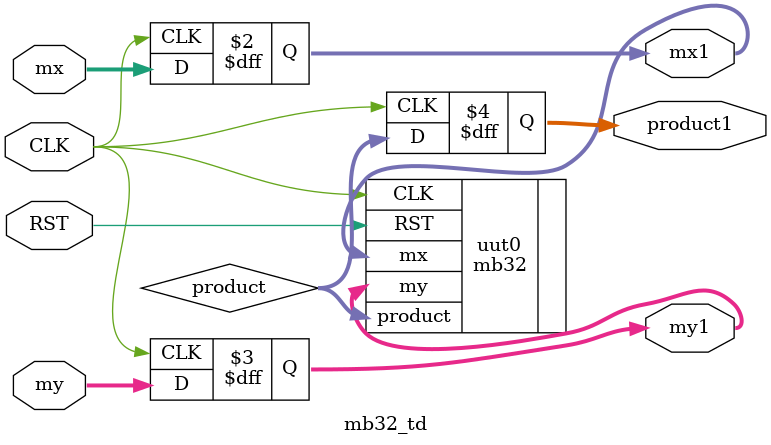
<source format=v>
module mb32_td (mx,my,CLK,RST,mx1,my1, product1);
parameter WIDTH=32;   
input wire [WIDTH-1:0] mx;
input wire [WIDTH-1:0] my;
input wire CLK;
input wire RST;

output reg [WIDTH-1:0] mx1;
output reg [WIDTH-1:0] my1;
output reg [(WIDTH*2)-1:0] product1;

wire [(WIDTH*2)-1:0] product;
always @(posedge CLK) 
begin
mx1<=mx;
my1<=my;
product1<=product;
end

	mb32 uut0 (
		.mx(mx1),
		.my(my1),
		.CLK(CLK),
		.RST(RST),
		.product(product)
	);


endmodule

</source>
